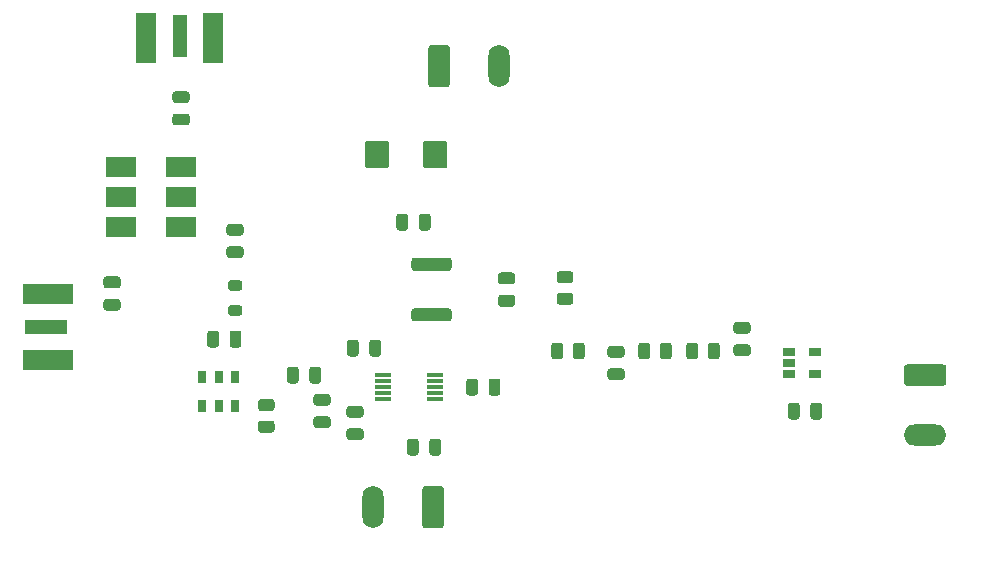
<source format=gbr>
%TF.GenerationSoftware,KiCad,Pcbnew,(5.1.9)-1*%
%TF.CreationDate,2021-03-09T18:28:40-05:00*%
%TF.ProjectId,NJR_New_DemodWithMixer,4e4a525f-4e65-4775-9f44-656d6f645769,rev?*%
%TF.SameCoordinates,Original*%
%TF.FileFunction,Soldermask,Top*%
%TF.FilePolarity,Negative*%
%FSLAX46Y46*%
G04 Gerber Fmt 4.6, Leading zero omitted, Abs format (unit mm)*
G04 Created by KiCad (PCBNEW (5.1.9)-1) date 2021-03-09 18:28:40*
%MOMM*%
%LPD*%
G01*
G04 APERTURE LIST*
%ADD10R,1.400000X0.300000*%
%ADD11R,0.800000X1.050000*%
%ADD12R,4.200000X1.750000*%
%ADD13R,3.600000X1.270000*%
%ADD14R,1.750000X4.200000*%
%ADD15R,1.270000X3.600000*%
%ADD16R,2.540000X1.651000*%
%ADD17R,1.060000X0.650000*%
%ADD18O,1.800000X3.600000*%
%ADD19O,3.600000X1.800000*%
G04 APERTURE END LIST*
D10*
%TO.C,U2*%
X115230000Y-90440000D03*
X115230000Y-90940000D03*
X115230000Y-91440000D03*
X115230000Y-91940000D03*
X115230000Y-92440000D03*
X110830000Y-92440000D03*
X110830000Y-91940000D03*
X110830000Y-91440000D03*
X110830000Y-90940000D03*
X110830000Y-90440000D03*
%TD*%
D11*
%TO.C,U1*%
X98301000Y-93005500D03*
X96901000Y-93005500D03*
X95501000Y-93005500D03*
X95501000Y-90555500D03*
X96901000Y-90555500D03*
X98301000Y-90555500D03*
%TD*%
D12*
%TO.C,JLO1*%
X82496000Y-89185000D03*
X82496000Y-83535000D03*
D13*
X82296000Y-86360000D03*
%TD*%
D14*
%TO.C,J1*%
X90799400Y-61922000D03*
X96449400Y-61922000D03*
D15*
X93624400Y-61722000D03*
%TD*%
D16*
%TO.C,UADE10x1*%
X93751400Y-77927200D03*
X93751400Y-75387200D03*
X93751400Y-72847200D03*
X88671400Y-77927200D03*
X88671400Y-75387200D03*
X88671400Y-72847200D03*
%TD*%
%TO.C,CC4*%
G36*
G01*
X87409000Y-83977900D02*
X88359000Y-83977900D01*
G75*
G02*
X88609000Y-84227900I0J-250000D01*
G01*
X88609000Y-84727900D01*
G75*
G02*
X88359000Y-84977900I-250000J0D01*
G01*
X87409000Y-84977900D01*
G75*
G02*
X87159000Y-84727900I0J250000D01*
G01*
X87159000Y-84227900D01*
G75*
G02*
X87409000Y-83977900I250000J0D01*
G01*
G37*
G36*
G01*
X87409000Y-82077900D02*
X88359000Y-82077900D01*
G75*
G02*
X88609000Y-82327900I0J-250000D01*
G01*
X88609000Y-82827900D01*
G75*
G02*
X88359000Y-83077900I-250000J0D01*
G01*
X87409000Y-83077900D01*
G75*
G02*
X87159000Y-82827900I0J250000D01*
G01*
X87159000Y-82327900D01*
G75*
G02*
X87409000Y-82077900I250000J0D01*
G01*
G37*
%TD*%
%TO.C,CC3*%
G36*
G01*
X97823000Y-79520200D02*
X98773000Y-79520200D01*
G75*
G02*
X99023000Y-79770200I0J-250000D01*
G01*
X99023000Y-80270200D01*
G75*
G02*
X98773000Y-80520200I-250000J0D01*
G01*
X97823000Y-80520200D01*
G75*
G02*
X97573000Y-80270200I0J250000D01*
G01*
X97573000Y-79770200D01*
G75*
G02*
X97823000Y-79520200I250000J0D01*
G01*
G37*
G36*
G01*
X97823000Y-77620200D02*
X98773000Y-77620200D01*
G75*
G02*
X99023000Y-77870200I0J-250000D01*
G01*
X99023000Y-78370200D01*
G75*
G02*
X98773000Y-78620200I-250000J0D01*
G01*
X97823000Y-78620200D01*
G75*
G02*
X97573000Y-78370200I0J250000D01*
G01*
X97573000Y-77870200D01*
G75*
G02*
X97823000Y-77620200I250000J0D01*
G01*
G37*
%TD*%
%TO.C,CC2*%
G36*
G01*
X93251000Y-68293400D02*
X94201000Y-68293400D01*
G75*
G02*
X94451000Y-68543400I0J-250000D01*
G01*
X94451000Y-69043400D01*
G75*
G02*
X94201000Y-69293400I-250000J0D01*
G01*
X93251000Y-69293400D01*
G75*
G02*
X93001000Y-69043400I0J250000D01*
G01*
X93001000Y-68543400D01*
G75*
G02*
X93251000Y-68293400I250000J0D01*
G01*
G37*
G36*
G01*
X93251000Y-66393400D02*
X94201000Y-66393400D01*
G75*
G02*
X94451000Y-66643400I0J-250000D01*
G01*
X94451000Y-67143400D01*
G75*
G02*
X94201000Y-67393400I-250000J0D01*
G01*
X93251000Y-67393400D01*
G75*
G02*
X93001000Y-67143400I0J250000D01*
G01*
X93001000Y-66643400D01*
G75*
G02*
X93251000Y-66393400I250000J0D01*
G01*
G37*
%TD*%
%TO.C,C1*%
G36*
G01*
X103690000Y-89949000D02*
X103690000Y-90899000D01*
G75*
G02*
X103440000Y-91149000I-250000J0D01*
G01*
X102940000Y-91149000D01*
G75*
G02*
X102690000Y-90899000I0J250000D01*
G01*
X102690000Y-89949000D01*
G75*
G02*
X102940000Y-89699000I250000J0D01*
G01*
X103440000Y-89699000D01*
G75*
G02*
X103690000Y-89949000I0J-250000D01*
G01*
G37*
G36*
G01*
X105590000Y-89949000D02*
X105590000Y-90899000D01*
G75*
G02*
X105340000Y-91149000I-250000J0D01*
G01*
X104840000Y-91149000D01*
G75*
G02*
X104590000Y-90899000I0J250000D01*
G01*
X104590000Y-89949000D01*
G75*
G02*
X104840000Y-89699000I250000J0D01*
G01*
X105340000Y-89699000D01*
G75*
G02*
X105590000Y-89949000I0J-250000D01*
G01*
G37*
%TD*%
D17*
%TO.C,U3*%
X147404000Y-88458000D03*
X147404000Y-90358000D03*
X145204000Y-90358000D03*
X145204000Y-89408000D03*
X145204000Y-88458000D03*
%TD*%
%TO.C,Rc1*%
G36*
G01*
X126092000Y-87941998D02*
X126092000Y-88842002D01*
G75*
G02*
X125842002Y-89092000I-249998J0D01*
G01*
X125316998Y-89092000D01*
G75*
G02*
X125067000Y-88842002I0J249998D01*
G01*
X125067000Y-87941998D01*
G75*
G02*
X125316998Y-87692000I249998J0D01*
G01*
X125842002Y-87692000D01*
G75*
G02*
X126092000Y-87941998I0J-249998D01*
G01*
G37*
G36*
G01*
X127917000Y-87941998D02*
X127917000Y-88842002D01*
G75*
G02*
X127667002Y-89092000I-249998J0D01*
G01*
X127141998Y-89092000D01*
G75*
G02*
X126892000Y-88842002I0J249998D01*
G01*
X126892000Y-87941998D01*
G75*
G02*
X127141998Y-87692000I249998J0D01*
G01*
X127667002Y-87692000D01*
G75*
G02*
X127917000Y-87941998I0J-249998D01*
G01*
G37*
%TD*%
%TO.C,Rb1*%
G36*
G01*
X133458000Y-87941998D02*
X133458000Y-88842002D01*
G75*
G02*
X133208002Y-89092000I-249998J0D01*
G01*
X132682998Y-89092000D01*
G75*
G02*
X132433000Y-88842002I0J249998D01*
G01*
X132433000Y-87941998D01*
G75*
G02*
X132682998Y-87692000I249998J0D01*
G01*
X133208002Y-87692000D01*
G75*
G02*
X133458000Y-87941998I0J-249998D01*
G01*
G37*
G36*
G01*
X135283000Y-87941998D02*
X135283000Y-88842002D01*
G75*
G02*
X135033002Y-89092000I-249998J0D01*
G01*
X134507998Y-89092000D01*
G75*
G02*
X134258000Y-88842002I0J249998D01*
G01*
X134258000Y-87941998D01*
G75*
G02*
X134507998Y-87692000I249998J0D01*
G01*
X135033002Y-87692000D01*
G75*
G02*
X135283000Y-87941998I0J-249998D01*
G01*
G37*
%TD*%
%TO.C,Ra1*%
G36*
G01*
X137522000Y-87941998D02*
X137522000Y-88842002D01*
G75*
G02*
X137272002Y-89092000I-249998J0D01*
G01*
X136746998Y-89092000D01*
G75*
G02*
X136497000Y-88842002I0J249998D01*
G01*
X136497000Y-87941998D01*
G75*
G02*
X136746998Y-87692000I249998J0D01*
G01*
X137272002Y-87692000D01*
G75*
G02*
X137522000Y-87941998I0J-249998D01*
G01*
G37*
G36*
G01*
X139347000Y-87941998D02*
X139347000Y-88842002D01*
G75*
G02*
X139097002Y-89092000I-249998J0D01*
G01*
X138571998Y-89092000D01*
G75*
G02*
X138322000Y-88842002I0J249998D01*
G01*
X138322000Y-87941998D01*
G75*
G02*
X138571998Y-87692000I249998J0D01*
G01*
X139097002Y-87692000D01*
G75*
G02*
X139347000Y-87941998I0J-249998D01*
G01*
G37*
%TD*%
%TO.C,R2*%
G36*
G01*
X125787998Y-83458000D02*
X126688002Y-83458000D01*
G75*
G02*
X126938000Y-83707998I0J-249998D01*
G01*
X126938000Y-84233002D01*
G75*
G02*
X126688002Y-84483000I-249998J0D01*
G01*
X125787998Y-84483000D01*
G75*
G02*
X125538000Y-84233002I0J249998D01*
G01*
X125538000Y-83707998D01*
G75*
G02*
X125787998Y-83458000I249998J0D01*
G01*
G37*
G36*
G01*
X125787998Y-81633000D02*
X126688002Y-81633000D01*
G75*
G02*
X126938000Y-81882998I0J-249998D01*
G01*
X126938000Y-82408002D01*
G75*
G02*
X126688002Y-82658000I-249998J0D01*
G01*
X125787998Y-82658000D01*
G75*
G02*
X125538000Y-82408002I0J249998D01*
G01*
X125538000Y-81882998D01*
G75*
G02*
X125787998Y-81633000I249998J0D01*
G01*
G37*
%TD*%
%TO.C,R1*%
G36*
G01*
X100489598Y-94278400D02*
X101389602Y-94278400D01*
G75*
G02*
X101639600Y-94528398I0J-249998D01*
G01*
X101639600Y-95053402D01*
G75*
G02*
X101389602Y-95303400I-249998J0D01*
G01*
X100489598Y-95303400D01*
G75*
G02*
X100239600Y-95053402I0J249998D01*
G01*
X100239600Y-94528398D01*
G75*
G02*
X100489598Y-94278400I249998J0D01*
G01*
G37*
G36*
G01*
X100489598Y-92453400D02*
X101389602Y-92453400D01*
G75*
G02*
X101639600Y-92703398I0J-249998D01*
G01*
X101639600Y-93228402D01*
G75*
G02*
X101389602Y-93478400I-249998J0D01*
G01*
X100489598Y-93478400D01*
G75*
G02*
X100239600Y-93228402I0J249998D01*
G01*
X100239600Y-92703398D01*
G75*
G02*
X100489598Y-92453400I249998J0D01*
G01*
G37*
%TD*%
%TO.C,LQ1_T1*%
G36*
G01*
X113484998Y-84760000D02*
X116385002Y-84760000D01*
G75*
G02*
X116635000Y-85009998I0J-249998D01*
G01*
X116635000Y-85635002D01*
G75*
G02*
X116385002Y-85885000I-249998J0D01*
G01*
X113484998Y-85885000D01*
G75*
G02*
X113235000Y-85635002I0J249998D01*
G01*
X113235000Y-85009998D01*
G75*
G02*
X113484998Y-84760000I249998J0D01*
G01*
G37*
G36*
G01*
X113484998Y-80485000D02*
X116385002Y-80485000D01*
G75*
G02*
X116635000Y-80734998I0J-249998D01*
G01*
X116635000Y-81360002D01*
G75*
G02*
X116385002Y-81610000I-249998J0D01*
G01*
X113484998Y-81610000D01*
G75*
G02*
X113235000Y-81360002I0J249998D01*
G01*
X113235000Y-80734998D01*
G75*
G02*
X113484998Y-80485000I249998J0D01*
G01*
G37*
%TD*%
%TO.C,LMatch1*%
G36*
G01*
X97916750Y-84521200D02*
X98679250Y-84521200D01*
G75*
G02*
X98898000Y-84739950I0J-218750D01*
G01*
X98898000Y-85177450D01*
G75*
G02*
X98679250Y-85396200I-218750J0D01*
G01*
X97916750Y-85396200D01*
G75*
G02*
X97698000Y-85177450I0J218750D01*
G01*
X97698000Y-84739950D01*
G75*
G02*
X97916750Y-84521200I218750J0D01*
G01*
G37*
G36*
G01*
X97916750Y-82396200D02*
X98679250Y-82396200D01*
G75*
G02*
X98898000Y-82614950I0J-218750D01*
G01*
X98898000Y-83052450D01*
G75*
G02*
X98679250Y-83271200I-218750J0D01*
G01*
X97916750Y-83271200D01*
G75*
G02*
X97698000Y-83052450I0J218750D01*
G01*
X97698000Y-82614950D01*
G75*
G02*
X97916750Y-82396200I218750J0D01*
G01*
G37*
%TD*%
D18*
%TO.C,J_RSSI1*%
X109982000Y-101600000D03*
G36*
G01*
X115962000Y-100050000D02*
X115962000Y-103150000D01*
G75*
G02*
X115712000Y-103400000I-250000J0D01*
G01*
X114412000Y-103400000D01*
G75*
G02*
X114162000Y-103150000I0J250000D01*
G01*
X114162000Y-100050000D01*
G75*
G02*
X114412000Y-99800000I250000J0D01*
G01*
X115712000Y-99800000D01*
G75*
G02*
X115962000Y-100050000I0J-250000D01*
G01*
G37*
%TD*%
%TO.C,J_Power1*%
X120650000Y-64262000D03*
G36*
G01*
X114670000Y-65812000D02*
X114670000Y-62712000D01*
G75*
G02*
X114920000Y-62462000I250000J0D01*
G01*
X116220000Y-62462000D01*
G75*
G02*
X116470000Y-62712000I0J-250000D01*
G01*
X116470000Y-65812000D01*
G75*
G02*
X116220000Y-66062000I-250000J0D01*
G01*
X114920000Y-66062000D01*
G75*
G02*
X114670000Y-65812000I0J250000D01*
G01*
G37*
%TD*%
D19*
%TO.C,J_Audio1*%
X156718000Y-95504000D03*
G36*
G01*
X155168000Y-89524000D02*
X158268000Y-89524000D01*
G75*
G02*
X158518000Y-89774000I0J-250000D01*
G01*
X158518000Y-91074000D01*
G75*
G02*
X158268000Y-91324000I-250000J0D01*
G01*
X155168000Y-91324000D01*
G75*
G02*
X154918000Y-91074000I0J250000D01*
G01*
X154918000Y-89774000D01*
G75*
G02*
X155168000Y-89524000I250000J0D01*
G01*
G37*
%TD*%
%TO.C,CQ1*%
G36*
G01*
X120810000Y-83635000D02*
X121760000Y-83635000D01*
G75*
G02*
X122010000Y-83885000I0J-250000D01*
G01*
X122010000Y-84385000D01*
G75*
G02*
X121760000Y-84635000I-250000J0D01*
G01*
X120810000Y-84635000D01*
G75*
G02*
X120560000Y-84385000I0J250000D01*
G01*
X120560000Y-83885000D01*
G75*
G02*
X120810000Y-83635000I250000J0D01*
G01*
G37*
G36*
G01*
X120810000Y-81735000D02*
X121760000Y-81735000D01*
G75*
G02*
X122010000Y-81985000I0J-250000D01*
G01*
X122010000Y-82485000D01*
G75*
G02*
X121760000Y-82735000I-250000J0D01*
G01*
X120810000Y-82735000D01*
G75*
G02*
X120560000Y-82485000I0J250000D01*
G01*
X120560000Y-81985000D01*
G75*
G02*
X120810000Y-81735000I250000J0D01*
G01*
G37*
%TD*%
%TO.C,CMatch1*%
G36*
G01*
X96933600Y-86901000D02*
X96933600Y-87851000D01*
G75*
G02*
X96683600Y-88101000I-250000J0D01*
G01*
X96183600Y-88101000D01*
G75*
G02*
X95933600Y-87851000I0J250000D01*
G01*
X95933600Y-86901000D01*
G75*
G02*
X96183600Y-86651000I250000J0D01*
G01*
X96683600Y-86651000D01*
G75*
G02*
X96933600Y-86901000I0J-250000D01*
G01*
G37*
G36*
G01*
X98833600Y-86901000D02*
X98833600Y-87851000D01*
G75*
G02*
X98583600Y-88101000I-250000J0D01*
G01*
X98083600Y-88101000D01*
G75*
G02*
X97833600Y-87851000I0J250000D01*
G01*
X97833600Y-86901000D01*
G75*
G02*
X98083600Y-86651000I250000J0D01*
G01*
X98583600Y-86651000D01*
G75*
G02*
X98833600Y-86901000I0J-250000D01*
G01*
G37*
%TD*%
%TO.C,Cc1*%
G36*
G01*
X130081000Y-89858000D02*
X131031000Y-89858000D01*
G75*
G02*
X131281000Y-90108000I0J-250000D01*
G01*
X131281000Y-90608000D01*
G75*
G02*
X131031000Y-90858000I-250000J0D01*
G01*
X130081000Y-90858000D01*
G75*
G02*
X129831000Y-90608000I0J250000D01*
G01*
X129831000Y-90108000D01*
G75*
G02*
X130081000Y-89858000I250000J0D01*
G01*
G37*
G36*
G01*
X130081000Y-87958000D02*
X131031000Y-87958000D01*
G75*
G02*
X131281000Y-88208000I0J-250000D01*
G01*
X131281000Y-88708000D01*
G75*
G02*
X131031000Y-88958000I-250000J0D01*
G01*
X130081000Y-88958000D01*
G75*
G02*
X129831000Y-88708000I0J250000D01*
G01*
X129831000Y-88208000D01*
G75*
G02*
X130081000Y-87958000I250000J0D01*
G01*
G37*
%TD*%
%TO.C,Cb1*%
G36*
G01*
X141699000Y-86926000D02*
X140749000Y-86926000D01*
G75*
G02*
X140499000Y-86676000I0J250000D01*
G01*
X140499000Y-86176000D01*
G75*
G02*
X140749000Y-85926000I250000J0D01*
G01*
X141699000Y-85926000D01*
G75*
G02*
X141949000Y-86176000I0J-250000D01*
G01*
X141949000Y-86676000D01*
G75*
G02*
X141699000Y-86926000I-250000J0D01*
G01*
G37*
G36*
G01*
X141699000Y-88826000D02*
X140749000Y-88826000D01*
G75*
G02*
X140499000Y-88576000I0J250000D01*
G01*
X140499000Y-88076000D01*
G75*
G02*
X140749000Y-87826000I250000J0D01*
G01*
X141699000Y-87826000D01*
G75*
G02*
X141949000Y-88076000I0J-250000D01*
G01*
X141949000Y-88576000D01*
G75*
G02*
X141699000Y-88826000I-250000J0D01*
G01*
G37*
%TD*%
%TO.C,Ca1*%
G36*
G01*
X147008000Y-93947000D02*
X147008000Y-92997000D01*
G75*
G02*
X147258000Y-92747000I250000J0D01*
G01*
X147758000Y-92747000D01*
G75*
G02*
X148008000Y-92997000I0J-250000D01*
G01*
X148008000Y-93947000D01*
G75*
G02*
X147758000Y-94197000I-250000J0D01*
G01*
X147258000Y-94197000D01*
G75*
G02*
X147008000Y-93947000I0J250000D01*
G01*
G37*
G36*
G01*
X145108000Y-93947000D02*
X145108000Y-92997000D01*
G75*
G02*
X145358000Y-92747000I250000J0D01*
G01*
X145858000Y-92747000D01*
G75*
G02*
X146108000Y-92997000I0J-250000D01*
G01*
X146108000Y-93947000D01*
G75*
G02*
X145858000Y-94197000I-250000J0D01*
G01*
X145358000Y-94197000D01*
G75*
G02*
X145108000Y-93947000I0J250000D01*
G01*
G37*
%TD*%
%TO.C,C9*%
G36*
G01*
X111351000Y-70830000D02*
X111351000Y-72680000D01*
G75*
G02*
X111101000Y-72930000I-250000J0D01*
G01*
X109526000Y-72930000D01*
G75*
G02*
X109276000Y-72680000I0J250000D01*
G01*
X109276000Y-70830000D01*
G75*
G02*
X109526000Y-70580000I250000J0D01*
G01*
X111101000Y-70580000D01*
G75*
G02*
X111351000Y-70830000I0J-250000D01*
G01*
G37*
G36*
G01*
X116276000Y-70830000D02*
X116276000Y-72680000D01*
G75*
G02*
X116026000Y-72930000I-250000J0D01*
G01*
X114451000Y-72930000D01*
G75*
G02*
X114201000Y-72680000I0J250000D01*
G01*
X114201000Y-70830000D01*
G75*
G02*
X114451000Y-70580000I250000J0D01*
G01*
X116026000Y-70580000D01*
G75*
G02*
X116276000Y-70830000I0J-250000D01*
G01*
G37*
%TD*%
%TO.C,C8*%
G36*
G01*
X112961000Y-76995000D02*
X112961000Y-77945000D01*
G75*
G02*
X112711000Y-78195000I-250000J0D01*
G01*
X112211000Y-78195000D01*
G75*
G02*
X111961000Y-77945000I0J250000D01*
G01*
X111961000Y-76995000D01*
G75*
G02*
X112211000Y-76745000I250000J0D01*
G01*
X112711000Y-76745000D01*
G75*
G02*
X112961000Y-76995000I0J-250000D01*
G01*
G37*
G36*
G01*
X114861000Y-76995000D02*
X114861000Y-77945000D01*
G75*
G02*
X114611000Y-78195000I-250000J0D01*
G01*
X114111000Y-78195000D01*
G75*
G02*
X113861000Y-77945000I0J250000D01*
G01*
X113861000Y-76995000D01*
G75*
G02*
X114111000Y-76745000I250000J0D01*
G01*
X114611000Y-76745000D01*
G75*
G02*
X114861000Y-76995000I0J-250000D01*
G01*
G37*
%TD*%
%TO.C,C7*%
G36*
G01*
X108770000Y-87663000D02*
X108770000Y-88613000D01*
G75*
G02*
X108520000Y-88863000I-250000J0D01*
G01*
X108020000Y-88863000D01*
G75*
G02*
X107770000Y-88613000I0J250000D01*
G01*
X107770000Y-87663000D01*
G75*
G02*
X108020000Y-87413000I250000J0D01*
G01*
X108520000Y-87413000D01*
G75*
G02*
X108770000Y-87663000I0J-250000D01*
G01*
G37*
G36*
G01*
X110670000Y-87663000D02*
X110670000Y-88613000D01*
G75*
G02*
X110420000Y-88863000I-250000J0D01*
G01*
X109920000Y-88863000D01*
G75*
G02*
X109670000Y-88613000I0J250000D01*
G01*
X109670000Y-87663000D01*
G75*
G02*
X109920000Y-87413000I250000J0D01*
G01*
X110420000Y-87413000D01*
G75*
G02*
X110670000Y-87663000I0J-250000D01*
G01*
G37*
%TD*%
%TO.C,C5*%
G36*
G01*
X118864000Y-90965000D02*
X118864000Y-91915000D01*
G75*
G02*
X118614000Y-92165000I-250000J0D01*
G01*
X118114000Y-92165000D01*
G75*
G02*
X117864000Y-91915000I0J250000D01*
G01*
X117864000Y-90965000D01*
G75*
G02*
X118114000Y-90715000I250000J0D01*
G01*
X118614000Y-90715000D01*
G75*
G02*
X118864000Y-90965000I0J-250000D01*
G01*
G37*
G36*
G01*
X120764000Y-90965000D02*
X120764000Y-91915000D01*
G75*
G02*
X120514000Y-92165000I-250000J0D01*
G01*
X120014000Y-92165000D01*
G75*
G02*
X119764000Y-91915000I0J250000D01*
G01*
X119764000Y-90965000D01*
G75*
G02*
X120014000Y-90715000I250000J0D01*
G01*
X120514000Y-90715000D01*
G75*
G02*
X120764000Y-90965000I0J-250000D01*
G01*
G37*
%TD*%
%TO.C,C4*%
G36*
G01*
X114755000Y-96995000D02*
X114755000Y-96045000D01*
G75*
G02*
X115005000Y-95795000I250000J0D01*
G01*
X115505000Y-95795000D01*
G75*
G02*
X115755000Y-96045000I0J-250000D01*
G01*
X115755000Y-96995000D01*
G75*
G02*
X115505000Y-97245000I-250000J0D01*
G01*
X115005000Y-97245000D01*
G75*
G02*
X114755000Y-96995000I0J250000D01*
G01*
G37*
G36*
G01*
X112855000Y-96995000D02*
X112855000Y-96045000D01*
G75*
G02*
X113105000Y-95795000I250000J0D01*
G01*
X113605000Y-95795000D01*
G75*
G02*
X113855000Y-96045000I0J-250000D01*
G01*
X113855000Y-96995000D01*
G75*
G02*
X113605000Y-97245000I-250000J0D01*
G01*
X113105000Y-97245000D01*
G75*
G02*
X112855000Y-96995000I0J250000D01*
G01*
G37*
%TD*%
%TO.C,C3*%
G36*
G01*
X107983000Y-94938000D02*
X108933000Y-94938000D01*
G75*
G02*
X109183000Y-95188000I0J-250000D01*
G01*
X109183000Y-95688000D01*
G75*
G02*
X108933000Y-95938000I-250000J0D01*
G01*
X107983000Y-95938000D01*
G75*
G02*
X107733000Y-95688000I0J250000D01*
G01*
X107733000Y-95188000D01*
G75*
G02*
X107983000Y-94938000I250000J0D01*
G01*
G37*
G36*
G01*
X107983000Y-93038000D02*
X108933000Y-93038000D01*
G75*
G02*
X109183000Y-93288000I0J-250000D01*
G01*
X109183000Y-93788000D01*
G75*
G02*
X108933000Y-94038000I-250000J0D01*
G01*
X107983000Y-94038000D01*
G75*
G02*
X107733000Y-93788000I0J250000D01*
G01*
X107733000Y-93288000D01*
G75*
G02*
X107983000Y-93038000I250000J0D01*
G01*
G37*
%TD*%
%TO.C,C2*%
G36*
G01*
X105189000Y-93922000D02*
X106139000Y-93922000D01*
G75*
G02*
X106389000Y-94172000I0J-250000D01*
G01*
X106389000Y-94672000D01*
G75*
G02*
X106139000Y-94922000I-250000J0D01*
G01*
X105189000Y-94922000D01*
G75*
G02*
X104939000Y-94672000I0J250000D01*
G01*
X104939000Y-94172000D01*
G75*
G02*
X105189000Y-93922000I250000J0D01*
G01*
G37*
G36*
G01*
X105189000Y-92022000D02*
X106139000Y-92022000D01*
G75*
G02*
X106389000Y-92272000I0J-250000D01*
G01*
X106389000Y-92772000D01*
G75*
G02*
X106139000Y-93022000I-250000J0D01*
G01*
X105189000Y-93022000D01*
G75*
G02*
X104939000Y-92772000I0J250000D01*
G01*
X104939000Y-92272000D01*
G75*
G02*
X105189000Y-92022000I250000J0D01*
G01*
G37*
%TD*%
M02*

</source>
